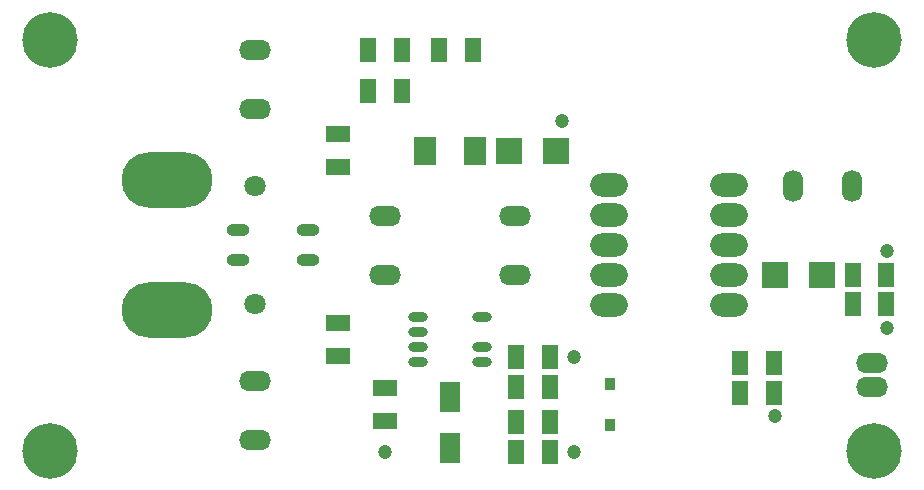
<source format=gts>
G04 Layer_Color=8388736*
%FSLAX25Y25*%
%MOIN*%
G70*
G01*
G75*
%ADD34R,0.08674X0.08674*%
%ADD35R,0.05721X0.07887*%
%ADD36O,0.06509X0.03162*%
%ADD37O,0.07690X0.04147*%
%ADD38R,0.03556X0.03950*%
%ADD39R,0.07099X0.10052*%
%ADD40R,0.07887X0.05721*%
%ADD41R,0.07178X0.09383*%
%ADD42C,0.07099*%
%ADD43O,0.12611X0.07690*%
%ADD44O,0.10642X0.06706*%
%ADD45C,0.18517*%
%ADD46O,0.06706X0.10642*%
%ADD47O,0.10642X0.06706*%
%ADD48O,0.30328X0.18517*%
%ADD49C,0.04737*%
D34*
X179134Y31496D02*
D03*
X163386D02*
D03*
X251969Y-9843D02*
D03*
X267717D02*
D03*
D35*
X165650Y-59055D02*
D03*
X176870D02*
D03*
X176870Y-68898D02*
D03*
X165650D02*
D03*
X176870Y-37402D02*
D03*
X165650D02*
D03*
X165650Y-47244D02*
D03*
X176870D02*
D03*
X116437Y51181D02*
D03*
X127657D02*
D03*
X140059Y64961D02*
D03*
X151279D02*
D03*
X116437D02*
D03*
X127657D02*
D03*
X277854Y-19685D02*
D03*
X289075D02*
D03*
X251673Y-39370D02*
D03*
X240453D02*
D03*
X251673Y-49213D02*
D03*
X240453D02*
D03*
X289075Y-9843D02*
D03*
X277854D02*
D03*
D36*
X132972Y-38996D02*
D03*
Y-28996D02*
D03*
Y-23996D02*
D03*
Y-33996D02*
D03*
X154429Y-38996D02*
D03*
Y-33996D02*
D03*
Y-23996D02*
D03*
D37*
X73130Y4921D02*
D03*
Y-4921D02*
D03*
X96161D02*
D03*
Y4921D02*
D03*
D38*
X196850Y-60039D02*
D03*
Y-46260D02*
D03*
D39*
X143701Y-67520D02*
D03*
Y-50591D02*
D03*
D40*
X106299Y-25886D02*
D03*
Y-37106D02*
D03*
Y37106D02*
D03*
Y25886D02*
D03*
X122047Y-58760D02*
D03*
Y-47539D02*
D03*
D41*
X135394Y31496D02*
D03*
X152008D02*
D03*
D42*
X78740Y-19685D02*
D03*
Y19685D02*
D03*
D43*
X196535Y20000D02*
D03*
Y10000D02*
D03*
Y0D02*
D03*
Y-10000D02*
D03*
Y-20000D02*
D03*
X236535Y20000D02*
D03*
Y10000D02*
D03*
Y0D02*
D03*
Y-10000D02*
D03*
Y-20000D02*
D03*
D44*
X284449Y-39370D02*
D03*
Y-47244D02*
D03*
X78740Y-45276D02*
D03*
Y-64961D02*
D03*
Y45276D02*
D03*
Y64961D02*
D03*
D45*
X285039Y-68504D02*
D03*
X10236Y-68504D02*
D03*
Y68504D02*
D03*
X285039D02*
D03*
D46*
X257874Y19685D02*
D03*
X277559D02*
D03*
D47*
X122047Y9843D02*
D03*
Y-9843D02*
D03*
X165354Y9843D02*
D03*
Y-9843D02*
D03*
D48*
X49213Y-21654D02*
D03*
Y21654D02*
D03*
D49*
X185039Y-37402D02*
D03*
Y-68898D02*
D03*
X122047D02*
D03*
X251969Y-57087D02*
D03*
X289370Y-27559D02*
D03*
Y-1969D02*
D03*
X181102Y41339D02*
D03*
M02*

</source>
